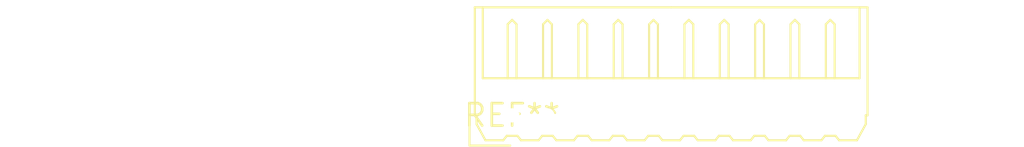
<source format=kicad_pcb>
(kicad_pcb (version 20240108) (generator pcbnew)
  (layers (0 "F.Cu" signal) (31 "B.Cu" signal) (34 "B.Paste" user) (35 "F.Paste" user) (36 "B.SilkS" user "B.Silkscreen") (37 "F.SilkS" user "F.Silkscreen") (38 "B.Mask" user) (39 "F.Mask" user) (44 "Edge.Cuts" user))
  (net 0 "")
  (footprint "Molex_Micro-Latch_53254-1070_1x10_P2.00mm_Horizontal" (layer "F.Cu") (at 0 0)
    (property "Reference" "REF**")
    (property "Value" "Molex_Micro-Latch_53254-1070_1x10_P2.00mm_Horizontal")
    (fp_line (start -2.41 1.71) (end -2.41 -0.59) (layer "F.SilkS") (stroke (width 0.12)))
    (fp_line (start -2.11 -6.11) (end 9 -6.11) (layer "F.SilkS") (stroke (width 0.12)))
    (fp_line (start -2.11 0) (end -2.11 -6.11) (layer "F.SilkS") (stroke (width 0.12)))
    (fp_line (start -2.01 0) (end -2.11 0) (layer "F.SilkS") (stroke (width 0.12)))
    (fp_line (start -2.01 0.5) (end -2.01 0) (layer "F.SilkS") (stroke (width 0.12)))
    (fp_line (start -1.66 -6.11) (end -1.66 -2.1) (layer "F.SilkS") (stroke (width 0.12)))
    (fp_line (start -1.66 -2.1) (end 19.66 -2.1) (layer "F.SilkS") (stroke (width 0.12)))
    (fp_line (start -1.51 1.41) (end -2.01 0.5) (layer "F.SilkS") (stroke (width 0.12)))
    (fp_line (start -0.5 1.41) (end -1.51 1.41) (layer "F.SilkS") (stroke (width 0.12)))
    (fp_line (start -0.3 1.16) (end -0.5 1.41) (layer "F.SilkS") (stroke (width 0.12)))
    (fp_line (start -0.3 1.16) (end 0.3 1.16) (layer "F.SilkS") (stroke (width 0.12)))
    (fp_line (start -0.25 -5.15) (end 0 -5.4) (layer "F.SilkS") (stroke (width 0.12)))
    (fp_line (start -0.25 -2.1) (end -0.25 -5.15) (layer "F.SilkS") (stroke (width 0.12)))
    (fp_line (start -0.11 1.71) (end -2.41 1.71) (layer "F.SilkS") (stroke (width 0.12)))
    (fp_line (start 0 -5.4) (end 0.25 -5.15) (layer "F.SilkS") (stroke (width 0.12)))
    (fp_line (start 0.25 -5.15) (end 0.25 -2.1) (layer "F.SilkS") (stroke (width 0.12)))
    (fp_line (start 0.3 1.16) (end 0.5 1.41) (layer "F.SilkS") (stroke (width 0.12)))
    (fp_line (start 0.5 1.41) (end 1.5 1.41) (layer "F.SilkS") (stroke (width 0.12)))
    (fp_line (start 1.5 1.41) (end 1.7 1.16) (layer "F.SilkS") (stroke (width 0.12)))
    (fp_line (start 1.7 1.16) (end 2.3 1.16) (layer "F.SilkS") (stroke (width 0.12)))
    (fp_line (start 1.75 -5.15) (end 2 -5.4) (layer "F.SilkS") (stroke (width 0.12)))
    (fp_line (start 1.75 -2.1) (end 1.75 -5.15) (layer "F.SilkS") (stroke (width 0.12)))
    (fp_line (start 2 -5.4) (end 2.25 -5.15) (layer "F.SilkS") (stroke (width 0.12)))
    (fp_line (start 2.25 -5.15) (end 2.25 -2.1) (layer "F.SilkS") (stroke (width 0.12)))
    (fp_line (start 2.3 1.16) (end 2.5 1.41) (layer "F.SilkS") (stroke (width 0.12)))
    (fp_line (start 2.5 1.41) (end 3.5 1.41) (layer "F.SilkS") (stroke (width 0.12)))
    (fp_line (start 3.5 1.41) (end 3.7 1.16) (layer "F.SilkS") (stroke (width 0.12)))
    (fp_line (start 3.7 1.16) (end 4.3 1.16) (layer "F.SilkS") (stroke (width 0.12)))
    (fp_line (start 3.75 -5.15) (end 4 -5.4) (layer "F.SilkS") (stroke (width 0.12)))
    (fp_line (start 3.75 -2.1) (end 3.75 -5.15) (layer "F.SilkS") (stroke (width 0.12)))
    (fp_line (start 4 -5.4) (end 4.25 -5.15) (layer "F.SilkS") (stroke (width 0.12)))
    (fp_line (start 4.25 -5.15) (end 4.25 -2.1) (layer "F.SilkS") (stroke (width 0.12)))
    (fp_line (start 4.3 1.16) (end 4.5 1.41) (layer "F.SilkS") (stroke (width 0.12)))
    (fp_line (start 4.5 1.41) (end 5.5 1.41) (layer "F.SilkS") (stroke (width 0.12)))
    (fp_line (start 5.5 1.41) (end 5.7 1.16) (layer "F.SilkS") (stroke (width 0.12)))
    (fp_line (start 5.7 1.16) (end 6.3 1.16) (layer "F.SilkS") (stroke (width 0.12)))
    (fp_line (start 5.75 -5.15) (end 6 -5.4) (layer "F.SilkS") (stroke (width 0.12)))
    (fp_line (start 5.75 -2.1) (end 5.75 -5.15) (layer "F.SilkS") (stroke (width 0.12)))
    (fp_line (start 6 -5.4) (end 6.25 -5.15) (layer "F.SilkS") (stroke (width 0.12)))
    (fp_line (start 6.25 -5.15) (end 6.25 -2.1) (layer "F.SilkS") (stroke (width 0.12)))
    (fp_line (start 6.3 1.16) (end 6.5 1.41) (layer "F.SilkS") (stroke (width 0.12)))
    (fp_line (start 6.5 1.41) (end 7.5 1.41) (layer "F.SilkS") (stroke (width 0.12)))
    (fp_line (start 7.5 1.41) (end 7.7 1.16) (layer "F.SilkS") (stroke (width 0.12)))
    (fp_line (start 7.7 1.16) (end 8.3 1.16) (layer "F.SilkS") (stroke (width 0.12)))
    (fp_line (start 7.75 -5.15) (end 8 -5.4) (layer "F.SilkS") (stroke (width 0.12)))
    (fp_line (start 7.75 -2.1) (end 7.75 -5.15) (layer "F.SilkS") (stroke (width 0.12)))
    (fp_line (start 8 -5.4) (end 8.25 -5.15) (layer "F.SilkS") (stroke (width 0.12)))
    (fp_line (start 8.25 -5.15) (end 8.25 -2.1) (layer "F.SilkS") (stroke (width 0.12)))
    (fp_line (start 8.3 1.16) (end 8.5 1.41) (layer "F.SilkS") (stroke (width 0.12)))
    (fp_line (start 8.5 1.41) (end 9.5 1.41) (layer "F.SilkS") (stroke (width 0.12)))
    (fp_line (start 9.5 1.41) (end 9.7 1.16) (layer "F.SilkS") (stroke (width 0.12)))
    (fp_line (start 9.7 1.16) (end 10.3 1.16) (layer "F.SilkS") (stroke (width 0.12)))
    (fp_line (start 9.75 -5.15) (end 10 -5.4) (layer "F.SilkS") (stroke (width 0.12)))
    (fp_line (start 9.75 -2.1) (end 9.75 -5.15) (layer "F.SilkS") (stroke (width 0.12)))
    (fp_line (start 10 -5.4) (end 10.25 -5.15) (layer "F.SilkS") (stroke (width 0.12)))
    (fp_line (start 10.25 -5.15) (end 10.25 -2.1) (layer "F.SilkS") (stroke (width 0.12)))
    (fp_line (start 10.3 1.16) (end 10.5 1.41) (layer "F.SilkS") (stroke (width 0.12)))
    (fp_line (start 10.5 1.41) (end 11.5 1.41) (layer "F.SilkS") (stroke (width 0.12)))
    (fp_line (start 11.5 1.41) (end 11.7 1.16) (layer "F.SilkS") (stroke (width 0.12)))
    (fp_line (start 11.7 1.16) (end 12.3 1.16) (layer "F.SilkS") (stroke (width 0.12)))
    (fp_line (start 11.75 -5.15) (end 12 -5.4) (layer "F.SilkS") (stroke (width 0.12)))
    (fp_line (start 11.75 -2.1) (end 11.75 -5.15) (layer "F.SilkS") (stroke (width 0.12)))
    (fp_line (start 12 -5.4) (end 12.25 -5.15) (layer "F.SilkS") (stroke (width 0.12)))
    (fp_line (start 12.25 -5.15) (end 12.25 -2.1) (layer "F.SilkS") (stroke (width 0.12)))
    (fp_line (start 12.3 1.16) (end 12.5 1.41) (layer "F.SilkS") (stroke (width 0.12)))
    (fp_line (start 12.5 1.41) (end 13.5 1.41) (layer "F.SilkS") (stroke (width 0.12)))
    (fp_line (start 13.5 1.41) (end 13.7 1.16) (layer "F.SilkS") (stroke (width 0.12)))
    (fp_line (start 13.7 1.16) (end 14.3 1.16) (layer "F.SilkS") (stroke (width 0.12)))
    (fp_line (start 13.75 -5.15) (end 14 -5.4) (layer "F.SilkS") (stroke (width 0.12)))
    (fp_line (start 13.75 -2.1) (end 13.75 -5.15) (layer "F.SilkS") (stroke (width 0.12)))
    (fp_line (start 14 -5.4) (end 14.25 -5.15) (layer "F.SilkS") (stroke (width 0.12)))
    (fp_line (start 14.25 -5.15) (end 14.25 -2.1) (layer "F.SilkS") (stroke (width 0.12)))
    (fp_line (start 14.3 1.16) (end 14.5 1.41) (layer "F.SilkS") (stroke (width 0.12)))
    (fp_line (start 14.5 1.41) (end 15.5 1.41) (layer "F.SilkS") (stroke (width 0.12)))
    (fp_line (start 15.5 1.41) (end 15.7 1.16) (layer "F.SilkS") (stroke (width 0.12)))
    (fp_line (start 15.7 1.16) (end 16.3 1.16) (layer "F.SilkS") (stroke (width 0.12)))
    (fp_line (start 15.75 -5.15) (end 16 -5.4) (layer "F.SilkS") (stroke (width 0.12)))
    (fp_line (start 15.75 -2.1) (end 15.75 -5.15) (layer "F.SilkS") (stroke (width 0.12)))
    (fp_line (start 16 -5.4) (end 16.25 -5.15) (layer "F.SilkS") (stroke (width 0.12)))
    (fp_line (start 16.25 -5.15) (end 16.25 -2.1) (layer "F.SilkS") (stroke (width 0.12)))
    (fp_line (start 16.3 1.16) (end 16.5 1.41) (layer "F.SilkS") (stroke (width 0.12)))
    (fp_line (start 16.5 1.41) (end 17.5 1.41) (layer "F.SilkS") (stroke (width 0.12)))
    (fp_line (start 17.5 1.41) (end 17.7 1.16) (layer "F.SilkS") (stroke (width 0.12)))
    (fp_line (start 17.7 1.16) (end 18.3 1.16) (layer "F.SilkS") (stroke (width 0.12)))
    (fp_line (start 17.75 -5.15) (end 18 -5.4) (layer "F.SilkS") (stroke (width 0.12)))
    (fp_line (start 17.75 -2.1) (end 17.75 -5.15) (layer "F.SilkS") (stroke (width 0.12)))
    (fp_line (start 18 -5.4) (end 18.25 -5.15) (layer "F.SilkS") (stroke (width 0.12)))
    (fp_line (start 18.25 -5.15) (end 18.25 -2.1) (layer "F.SilkS") (stroke (width 0.12)))
    (fp_line (start 18.3 1.16) (end 18.5 1.41) (layer "F.SilkS") (stroke (width 0.12)))
    (fp_line (start 18.5 1.41) (end 19.51 1.41) (layer "F.SilkS") (stroke (width 0.12)))
    (fp_line (start 19.51 1.41) (end 20.01 0.5) (layer "F.SilkS") (stroke (width 0.12)))
    (fp_line (start 19.66 -2.1) (end 19.66 -6.11) (layer "F.SilkS") (stroke (width 0.12)))
    (fp_line (start 20.01 0) (end 20.11 0) (layer "F.SilkS") (stroke (width 0.12)))
    (fp_line (start 20.01 0.5) (end 20.01 0) (layer "F.SilkS") (stroke (width 0.12)))
    (fp_line (start 20.11 -6.11) (end 9 -6.11) (layer "F.SilkS") (stroke (width 0.12)))
    (fp_line (start 20.11 0) (end 20.11 -6.11) (layer "F.SilkS") (stroke (width 0.12)))
    (pad "1" thru_hole roundrect (at 0 0) (size 1.2 1.8) (drill 0.8) (layers *.Cu *.Mask) (remove_unused_layers) (roundrect_rratio 0.208333))
    (pad "2" thru_hole oval (at 2 0) (size 1.2 1.8) (drill 0.8) (layers *.Cu *.Mask) (remove_unused_layers))
    (pad "3" thru_hole oval (at 4 0) (size 1.2 1.8) (drill 0.8) (layers *.Cu *.Mask) (remove_unused_layers))
    (pad "4" thru_hole oval (at 6 0) (size 1.2 1.8) (drill 0.8) (layers *.Cu *.Mask) (remove_unused_layers))
    (pad "5" thru_hole oval (at 8 0) (size 1.2 1.8) (drill 0.8) (layers *.Cu *.Mask) (remove_unused_layers))
    (pad "6" thru_hole oval (at 10 0) (size 1.2 1.8) (drill 0.8) (layers *.Cu *.Mask) (remove_unused_layers))
    (pad "7" thru_hole oval (at 12 0) (size 1.2 1.8) (drill 0.8) (layers *.Cu *.Mask) (remove_unused_layers))
    (pad "8" thru_hole oval (at 14 0) (size 1.2 1.8) (drill 0.8) (layers *.Cu *.Mask) (remove_unused_layers))
    (pad "9" thru_hole oval (at 16 0) (size 1.2 1.8) (drill 0.8) (layers *.Cu *.Mask) (remove_unused_layers))
    (pad "10" thru_hole oval (at 18 0) (size 1.2 1.8) (drill 0.8) (layers *.Cu *.Mask) (remove_unused_layers))
  )
)
</source>
